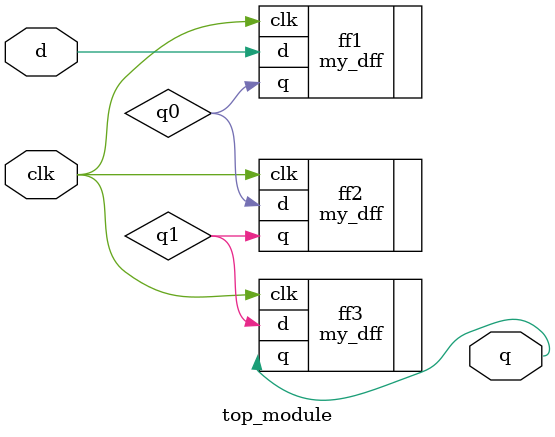
<source format=v>
module top_module ( input clk, input d, output q );

    wire q0, q1;
    
    my_dff ff1 (.clk(clk),
             	.d(d), 
                .q(q0));
    
   	my_dff ff2 (.clk(clk),
                .d(q0), 
                .q(q1)); 
    
   	my_dff ff3 (.clk(clk),
                .d(q1), 
                .q(q));     
endmodule

</source>
